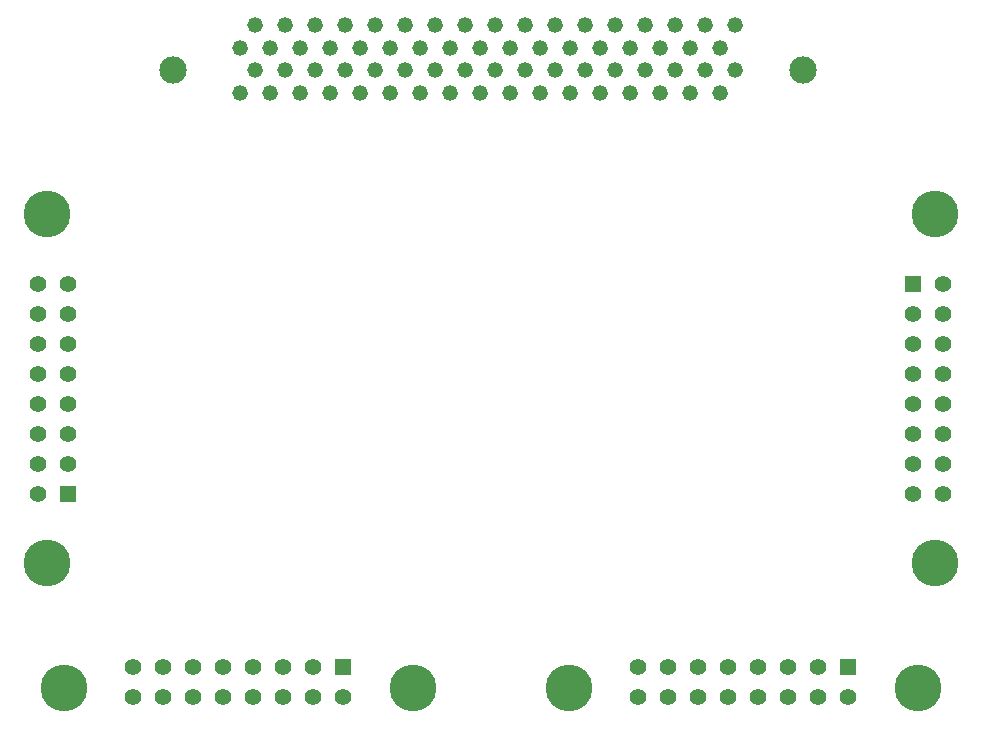
<source format=gbr>
%TF.GenerationSoftware,KiCad,Pcbnew,7.0.5-0*%
%TF.CreationDate,2023-07-18T13:45:43-04:00*%
%TF.ProjectId,quad_sipm,71756164-5f73-4697-906d-2e6b69636164,rev?*%
%TF.SameCoordinates,Original*%
%TF.FileFunction,Soldermask,Top*%
%TF.FilePolarity,Negative*%
%FSLAX46Y46*%
G04 Gerber Fmt 4.6, Leading zero omitted, Abs format (unit mm)*
G04 Created by KiCad (PCBNEW 7.0.5-0) date 2023-07-18 13:45:43*
%MOMM*%
%LPD*%
G01*
G04 APERTURE LIST*
%ADD10R,1.397000X1.397000*%
%ADD11C,1.397000*%
%ADD12C,3.962400*%
%ADD13C,2.311400*%
%ADD14C,1.320800*%
G04 APERTURE END LIST*
D10*
%TO.C,U3*%
X130352800Y-116052600D03*
D11*
X130352800Y-118592600D03*
X127812800Y-116052600D03*
X127812800Y-118592600D03*
X125272800Y-116052600D03*
X125272800Y-118592600D03*
X122732800Y-116052600D03*
X122732800Y-118592600D03*
X120192800Y-116052600D03*
X120192800Y-118592600D03*
X117652800Y-116052600D03*
X117652800Y-118592600D03*
X115112800Y-116052600D03*
X115112800Y-118592600D03*
X112572800Y-116052600D03*
X112572800Y-118592600D03*
D12*
X136245600Y-117856000D03*
X106680000Y-117856000D03*
%TD*%
D10*
%TO.C,U4*%
X135864600Y-83616800D03*
D11*
X138404600Y-83616800D03*
X135864600Y-86156800D03*
X138404600Y-86156800D03*
X135864600Y-88696800D03*
X138404600Y-88696800D03*
X135864600Y-91236800D03*
X138404600Y-91236800D03*
X135864600Y-93776800D03*
X138404600Y-93776800D03*
X135864600Y-96316800D03*
X138404600Y-96316800D03*
X135864600Y-98856800D03*
X138404600Y-98856800D03*
X135864600Y-101396800D03*
X138404600Y-101396800D03*
D12*
X137668000Y-77724000D03*
X137668000Y-107289600D03*
%TD*%
%TO.C,U2*%
X63906400Y-117856000D03*
X93472000Y-117856000D03*
D11*
X69799200Y-118592600D03*
X69799200Y-116052600D03*
X72339200Y-118592600D03*
X72339200Y-116052600D03*
X74879200Y-118592600D03*
X74879200Y-116052600D03*
X77419200Y-118592600D03*
X77419200Y-116052600D03*
X79959200Y-118592600D03*
X79959200Y-116052600D03*
X82499200Y-118592600D03*
X82499200Y-116052600D03*
X85039200Y-118592600D03*
X85039200Y-116052600D03*
X87579200Y-118592600D03*
D10*
X87579200Y-116052600D03*
%TD*%
%TO.C,U1*%
X64287400Y-101396800D03*
D11*
X61747400Y-101396800D03*
X64287400Y-98856800D03*
X61747400Y-98856800D03*
X64287400Y-96316800D03*
X61747400Y-96316800D03*
X64287400Y-93776800D03*
X61747400Y-93776800D03*
X64287400Y-91236800D03*
X61747400Y-91236800D03*
X64287400Y-88696800D03*
X61747400Y-88696800D03*
X64287400Y-86156800D03*
X61747400Y-86156800D03*
X64287400Y-83616800D03*
X61747400Y-83616800D03*
D12*
X62484000Y-107289600D03*
X62484000Y-77724000D03*
%TD*%
D13*
%TO.C,J1*%
X73152000Y-65532000D03*
X126492000Y-65532000D03*
D14*
X78867000Y-67437000D03*
X78867000Y-63627000D03*
X80137000Y-65532000D03*
X80137000Y-61722000D03*
X81407000Y-67437000D03*
X81407000Y-63627000D03*
X82677000Y-65532000D03*
X82677000Y-61722000D03*
X83947000Y-67437000D03*
X83947000Y-63627000D03*
X85217000Y-65532000D03*
X85217000Y-61722000D03*
X86487000Y-67437000D03*
X86487000Y-63627000D03*
X87757000Y-65532000D03*
X87757000Y-61722000D03*
X89027000Y-67437000D03*
X89027000Y-63627000D03*
X90297000Y-65532000D03*
X90297000Y-61722000D03*
X91567000Y-67437000D03*
X91567000Y-63627000D03*
X92837000Y-65532000D03*
X92837000Y-61722000D03*
X94107000Y-67437000D03*
X94107000Y-63627000D03*
X95377000Y-65532000D03*
X95377000Y-61722000D03*
X96647000Y-67437000D03*
X96647000Y-63627000D03*
X97917000Y-65532000D03*
X97917000Y-61722000D03*
X99187000Y-67437000D03*
X99187000Y-63627000D03*
X100457000Y-65532000D03*
X100457000Y-61722000D03*
X101727000Y-67437000D03*
X101727000Y-63627000D03*
X102997000Y-65532000D03*
X102997000Y-61722000D03*
X104267000Y-67437000D03*
X104267000Y-63627000D03*
X105537000Y-65532000D03*
X105537000Y-61722000D03*
X106807000Y-67437000D03*
X106807000Y-63627000D03*
X108077000Y-65532000D03*
X108077000Y-61722000D03*
X109347000Y-67437000D03*
X109347000Y-63627000D03*
X110617000Y-65532000D03*
X110617000Y-61722000D03*
X111887000Y-67437000D03*
X111887000Y-63627000D03*
X113157000Y-65532000D03*
X113157000Y-61722000D03*
X114427000Y-67437000D03*
X114427000Y-63627000D03*
X115697000Y-65532000D03*
X115697000Y-61722000D03*
X116967000Y-67437000D03*
X116967000Y-63627000D03*
X118237000Y-65532000D03*
X118237000Y-61722000D03*
X119507000Y-67437000D03*
X119507000Y-63627000D03*
X120777000Y-65532000D03*
X120777000Y-61722000D03*
%TD*%
M02*

</source>
